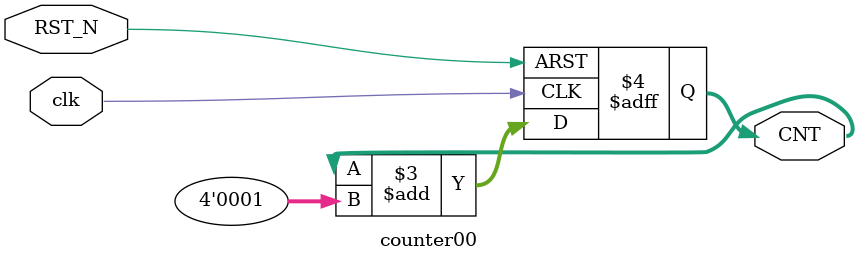
<source format=v>
module counter00(input clk,RST_N,
        output reg [3:0] CNT );

always @(posedge clk,negedge RST_N)
begin
  if(RST_N==0)
    CNT<=4'b0;
  else
    CNT<=CNT+4'b1;
end
endmodule
</source>
